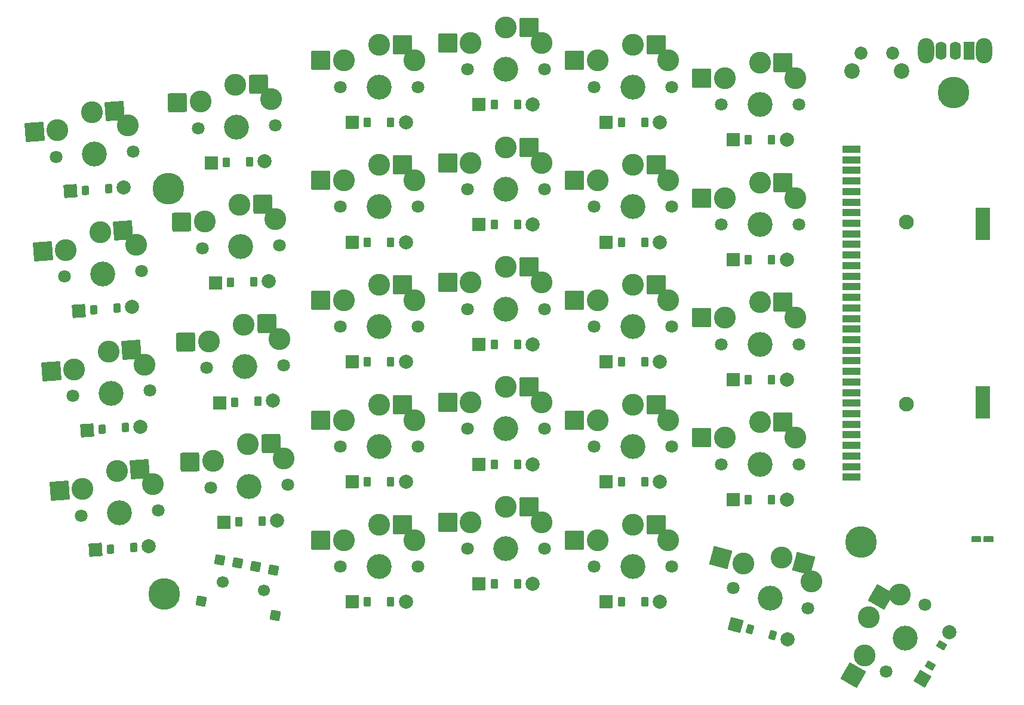
<source format=gbr>
%TF.GenerationSoftware,KiCad,Pcbnew,(6.0.11-0)*%
%TF.CreationDate,2023-06-20T20:04:49-05:00*%
%TF.ProjectId,typeboy,74797065-626f-4792-9e6b-696361645f70,v1.0.0*%
%TF.SameCoordinates,Original*%
%TF.FileFunction,Soldermask,Top*%
%TF.FilePolarity,Negative*%
%FSLAX46Y46*%
G04 Gerber Fmt 4.6, Leading zero omitted, Abs format (unit mm)*
G04 Created by KiCad (PCBNEW (6.0.11-0)) date 2023-06-20 20:04:49*
%MOMM*%
%LPD*%
G01*
G04 APERTURE LIST*
G04 Aperture macros list*
%AMRoundRect*
0 Rectangle with rounded corners*
0 $1 Rounding radius*
0 $2 $3 $4 $5 $6 $7 $8 $9 X,Y pos of 4 corners*
0 Add a 4 corners polygon primitive as box body*
4,1,4,$2,$3,$4,$5,$6,$7,$8,$9,$2,$3,0*
0 Add four circle primitives for the rounded corners*
1,1,$1+$1,$2,$3*
1,1,$1+$1,$4,$5*
1,1,$1+$1,$6,$7*
1,1,$1+$1,$8,$9*
0 Add four rect primitives between the rounded corners*
20,1,$1+$1,$2,$3,$4,$5,0*
20,1,$1+$1,$4,$5,$6,$7,0*
20,1,$1+$1,$6,$7,$8,$9,0*
20,1,$1+$1,$8,$9,$2,$3,0*%
G04 Aperture macros list end*
%ADD10C,0.150000*%
%ADD11RoundRect,0.050000X-0.824821X-0.948848X0.948848X-0.824821X0.824821X0.948848X-0.948848X0.824821X0*%
%ADD12RoundRect,0.050000X-0.407050X-0.629929X0.490758X-0.567148X0.407050X0.629929X-0.490758X0.567148X0*%
%ADD13C,2.005000*%
%ADD14RoundRect,0.050000X-0.450000X-0.600000X0.450000X-0.600000X0.450000X0.600000X-0.450000X0.600000X0*%
%ADD15RoundRect,0.050000X-0.889000X-0.889000X0.889000X-0.889000X0.889000X0.889000X-0.889000X0.889000X0*%
%ADD16RoundRect,0.050000X-0.857433X-0.919484X0.919484X-0.857433X0.857433X0.919484X-0.919484X0.857433X0*%
%ADD17RoundRect,0.050000X-0.428786X-0.615339X0.470666X-0.583930X0.428786X0.615339X-0.470666X0.583930X0*%
%ADD18C,3.100000*%
%ADD19C,1.801800*%
%ADD20C,3.529000*%
%ADD21RoundRect,0.050000X-1.300000X-1.300000X1.300000X-1.300000X1.300000X1.300000X-1.300000X1.300000X0*%
%ADD22RoundRect,0.050000X-1.253839X-1.344577X1.344577X-1.253839X1.253839X1.344577X-1.344577X1.253839X0*%
%ADD23O,2.300000X3.600000*%
%ADD24RoundRect,0.050000X-0.750000X-1.250000X0.750000X-1.250000X0.750000X1.250000X-0.750000X1.250000X0*%
%ADD25O,1.600000X2.600000*%
%ADD26RoundRect,0.050000X-1.206150X-1.387517X1.387517X-1.206150X1.206150X1.387517X-1.387517X1.206150X0*%
%ADD27C,0.800000*%
%ADD28C,4.500000*%
%ADD29C,1.700000*%
%ADD30RoundRect,0.050000X-0.762084X-0.514032X0.514032X-0.762084X0.762084X0.514032X-0.514032X0.762084X0*%
%ADD31RoundRect,0.050000X0.475833X-1.775833X1.775833X0.475833X-0.475833X1.775833X-1.775833X-0.475833X0*%
%ADD32C,2.200000*%
%ADD33C,1.850000*%
%ADD34RoundRect,0.050000X-1.592168X-0.919239X0.919239X-1.592168X1.592168X0.919239X-0.919239X1.592168X0*%
%ADD35C,2.100000*%
%ADD36RoundRect,0.050000X-1.250000X0.500000X-1.250000X-0.500000X1.250000X-0.500000X1.250000X0.500000X0*%
%ADD37RoundRect,0.050000X-1.000000X2.250000X-1.000000X-2.250000X1.000000X-2.250000X1.000000X2.250000X0*%
%ADD38RoundRect,0.050000X0.325397X-1.214397X1.214397X0.325397X-0.325397X1.214397X-1.214397X-0.325397X0*%
%ADD39RoundRect,0.050000X0.294615X-0.689711X0.744615X0.089711X-0.294615X0.689711X-0.744615X-0.089711X0*%
%ADD40RoundRect,0.050000X-1.088798X-0.628618X0.628618X-1.088798X1.088798X0.628618X-0.628618X1.088798X0*%
%ADD41RoundRect,0.050000X-0.589958X-0.463087X0.279375X-0.696024X0.589958X0.463087X-0.279375X0.696024X0*%
G04 APERTURE END LIST*
D10*
X197750006Y-189000003D02*
X198999997Y-189000012D01*
X198999997Y-189000012D02*
X198999999Y-188250003D01*
X196000000Y-188999991D02*
X195999998Y-188250001D01*
X198999999Y-188250003D02*
X197750006Y-188250005D01*
X195999998Y-188250001D02*
X197250001Y-188250002D01*
X197250001Y-188250002D02*
X197250004Y-189000008D01*
X197250004Y-189000008D02*
X196000000Y-188999991D01*
X197750006Y-188250005D02*
X197750006Y-189000003D01*
D11*
%TO.C,D2*%
X70533541Y-173211506D03*
D12*
X72688279Y-173060832D03*
X75980241Y-172830636D03*
D13*
X78134979Y-172679962D03*
%TD*%
D14*
%TO.C,D26*%
X164303498Y-149000430D03*
D15*
X162143498Y-149000430D03*
D13*
X169763498Y-149000430D03*
D14*
X167603498Y-149000430D03*
%TD*%
D16*
%TO.C,D8*%
X88132611Y-135296916D03*
D17*
X90291295Y-135221533D03*
X93589285Y-135106365D03*
D13*
X95747969Y-135030982D03*
%TD*%
D16*
%TO.C,D6*%
X89319193Y-169276203D03*
D17*
X91477877Y-169200820D03*
D13*
X96934551Y-169010269D03*
D17*
X94775867Y-169085652D03*
%TD*%
D18*
%TO.C,S15*%
X124953500Y-169250421D03*
X129953500Y-167050421D03*
X129953500Y-167050421D03*
D19*
X124453500Y-173000421D03*
X135453500Y-173000421D03*
D20*
X129953500Y-173000421D03*
D18*
X134953500Y-169250421D03*
D21*
X133228500Y-167050421D03*
X121678500Y-169250421D03*
%TD*%
D14*
%TO.C,D25*%
X164303496Y-166000428D03*
D15*
X162143496Y-166000428D03*
D13*
X169763496Y-166000428D03*
D14*
X167603496Y-166000428D03*
%TD*%
D18*
%TO.C,S16*%
X134953489Y-152250416D03*
D19*
X124453489Y-156000416D03*
D18*
X129953489Y-150050416D03*
D19*
X135453489Y-156000416D03*
D18*
X129953489Y-150050416D03*
X124953489Y-152250416D03*
D20*
X129953489Y-156000416D03*
D21*
X133228489Y-150050416D03*
X121678489Y-152250416D03*
%TD*%
D18*
%TO.C,S7*%
X92151436Y-141210262D03*
D19*
X86862438Y-147348584D03*
D18*
X97225169Y-143234424D03*
D20*
X92359088Y-147156637D03*
D19*
X97855738Y-146964690D03*
D18*
X92151436Y-141210262D03*
X87231261Y-143583419D03*
D22*
X95424441Y-141095966D03*
X83958256Y-143697715D03*
%TD*%
D15*
%TO.C,D23*%
X144143490Y-129500424D03*
D14*
X146303490Y-129500424D03*
X149603490Y-129500424D03*
D13*
X151763490Y-129500424D03*
%TD*%
D15*
%TO.C,D10*%
X108143499Y-180500426D03*
D14*
X110303499Y-180500426D03*
X113603499Y-180500426D03*
D13*
X115763499Y-180500426D03*
%TD*%
D18*
%TO.C,S21*%
X142953500Y-154750426D03*
D20*
X147953500Y-158500426D03*
D19*
X153453500Y-158500426D03*
D18*
X147953500Y-152550426D03*
X152953500Y-154750426D03*
X147953500Y-152550426D03*
D19*
X142453500Y-158500426D03*
D21*
X151228500Y-152550426D03*
X139678500Y-154750426D03*
%TD*%
D19*
%TO.C,S24*%
X171453497Y-178000430D03*
D20*
X165953497Y-178000430D03*
D18*
X160953497Y-174250430D03*
D19*
X160453497Y-178000430D03*
D18*
X165953497Y-172050430D03*
X165953497Y-172050430D03*
X170953497Y-174250430D03*
D21*
X169228497Y-172050430D03*
X157678497Y-174250430D03*
%TD*%
D15*
%TO.C,D20*%
X144143499Y-180500423D03*
D14*
X146303499Y-180500423D03*
D13*
X151763499Y-180500423D03*
D14*
X149603499Y-180500423D03*
%TD*%
D23*
%TO.C,REF\u002A\u002A*%
X197753492Y-119350421D03*
X189553492Y-119350421D03*
D24*
X195653492Y-119350421D03*
D25*
X193653492Y-119350421D03*
X191653492Y-119350421D03*
%TD*%
D15*
%TO.C,D24*%
X162143494Y-183000424D03*
D14*
X164303494Y-183000424D03*
X167603494Y-183000424D03*
D13*
X169763494Y-183000424D03*
%TD*%
D18*
%TO.C,S19*%
X142953497Y-188750421D03*
D19*
X153453497Y-192500421D03*
X142453497Y-192500421D03*
D20*
X147953497Y-192500421D03*
D18*
X147953497Y-186550421D03*
X147953497Y-186550421D03*
X152953497Y-188750421D03*
D21*
X151228497Y-186550421D03*
X139678497Y-188750421D03*
%TD*%
D15*
%TO.C,D18*%
X126143491Y-127000419D03*
D14*
X128303491Y-127000419D03*
D13*
X133763491Y-127000419D03*
D14*
X131603491Y-127000419D03*
%TD*%
D19*
%TO.C,S1*%
X80657927Y-184532849D03*
D18*
X69921918Y-181524427D03*
D20*
X75171325Y-184916510D03*
D19*
X69684723Y-185300171D03*
D18*
X74756274Y-178981004D03*
X74756274Y-178981004D03*
X79897558Y-180826862D03*
D26*
X78023296Y-178752551D03*
X66654896Y-181752880D03*
%TD*%
D19*
%TO.C,S10*%
X106453490Y-175500431D03*
D18*
X111953490Y-169550431D03*
X111953490Y-169550431D03*
X116953490Y-171750431D03*
D20*
X111953490Y-175500431D03*
D19*
X117453490Y-175500431D03*
D18*
X106953490Y-171750431D03*
D21*
X115228490Y-169550431D03*
X103678490Y-171750431D03*
%TD*%
D15*
%TO.C,D11*%
X108143491Y-163500423D03*
D14*
X110303491Y-163500423D03*
D13*
X115763491Y-163500423D03*
D14*
X113603491Y-163500423D03*
%TD*%
D19*
%TO.C,S14*%
X124453497Y-190000422D03*
D18*
X129953497Y-184050422D03*
X124953497Y-186250422D03*
X134953497Y-186250422D03*
D20*
X129953497Y-190000422D03*
D19*
X135453497Y-190000422D03*
D18*
X129953497Y-184050422D03*
D21*
X133228497Y-184050422D03*
X121678497Y-186250422D03*
%TD*%
D19*
%TO.C,S11*%
X106453497Y-158500426D03*
D20*
X111953497Y-158500426D03*
D18*
X106953497Y-154750426D03*
X116953497Y-154750426D03*
D19*
X117453497Y-158500426D03*
D18*
X111953497Y-152550426D03*
X111953497Y-152550426D03*
D21*
X115228497Y-152550426D03*
X103678497Y-154750426D03*
%TD*%
D17*
%TO.C,D5*%
X92071165Y-186190471D03*
D16*
X89912481Y-186265854D03*
D17*
X95369155Y-186075303D03*
D13*
X97527839Y-185999920D03*
%TD*%
D18*
%TO.C,S8*%
X91558144Y-124220617D03*
X96631877Y-126244779D03*
D19*
X86269146Y-130358939D03*
D18*
X91558144Y-124220617D03*
X86637969Y-126593774D03*
D20*
X91765796Y-130166992D03*
D19*
X97262446Y-129975045D03*
D22*
X94831149Y-124106321D03*
X83364964Y-126708070D03*
%TD*%
D18*
%TO.C,S26*%
X160953500Y-140250419D03*
D19*
X171453500Y-144000419D03*
X160453500Y-144000419D03*
D18*
X165953500Y-138050419D03*
X170953500Y-140250419D03*
X165953500Y-138050419D03*
D20*
X165953500Y-144000419D03*
D21*
X169228500Y-138050419D03*
X157678500Y-140250419D03*
%TD*%
D18*
%TO.C,S27*%
X165953502Y-121050420D03*
D19*
X171453502Y-127000420D03*
D18*
X160953502Y-123250420D03*
D19*
X160453502Y-127000420D03*
D18*
X165953502Y-121050420D03*
D20*
X165953502Y-127000420D03*
D18*
X170953502Y-123250420D03*
D21*
X169228502Y-121050420D03*
X157678502Y-123250420D03*
%TD*%
D12*
%TO.C,D1*%
X73874136Y-190019429D03*
D11*
X71719398Y-190170103D03*
D13*
X79320836Y-189638559D03*
D12*
X77166098Y-189789233D03*
%TD*%
D27*
%TO.C,_1*%
X181420223Y-190217152D03*
D28*
X180253497Y-189050426D03*
D27*
X180253497Y-190700426D03*
X181420223Y-187883700D03*
X178603497Y-189050426D03*
X179086771Y-187883700D03*
X179086771Y-190217152D03*
X181903497Y-189050426D03*
X180253497Y-187400426D03*
%TD*%
D11*
%TO.C,D3*%
X69347675Y-156252919D03*
D12*
X71502413Y-156102245D03*
X74794375Y-155872049D03*
D13*
X76949113Y-155721375D03*
%TD*%
D19*
%TO.C,S12*%
X117453492Y-141500421D03*
D18*
X116953492Y-137750421D03*
X106953492Y-137750421D03*
D20*
X111953492Y-141500421D03*
D18*
X111953492Y-135550421D03*
X111953492Y-135550421D03*
D19*
X106453492Y-141500421D03*
D21*
X115228492Y-135550421D03*
X103678492Y-137750421D03*
%TD*%
D28*
%TO.C,_4*%
X82045650Y-138894545D03*
D27*
X82132004Y-140542284D03*
X83693389Y-138808191D03*
X80819461Y-137790480D03*
X83271839Y-139998610D03*
X83149715Y-137668356D03*
X81959296Y-137246806D03*
X80941585Y-140120734D03*
X80397911Y-138980899D03*
%TD*%
D17*
%TO.C,D7*%
X90884587Y-152211177D03*
D16*
X88725903Y-152286560D03*
D17*
X94182577Y-152096009D03*
D13*
X96341261Y-152020626D03*
%TD*%
D18*
%TO.C,S2*%
X68736066Y-164565829D03*
X73570422Y-162022406D03*
X73570422Y-162022406D03*
D19*
X68498871Y-168341573D03*
X79472075Y-167574251D03*
D18*
X78711706Y-163868264D03*
D20*
X73985473Y-167957912D03*
D26*
X76837444Y-161793953D03*
X65469044Y-164794282D03*
%TD*%
D29*
%TO.C,REF\u002A\u002A*%
X95633982Y-195876469D03*
X89744219Y-194731615D03*
X89744219Y-194731615D03*
X95633982Y-195876469D03*
D30*
X97001251Y-193035153D03*
X94449020Y-192539050D03*
X91896790Y-192042946D03*
X89344559Y-191546843D03*
X97232054Y-199446996D03*
X86728643Y-197405340D03*
%TD*%
D15*
%TO.C,D15*%
X126143496Y-178000420D03*
D14*
X128303496Y-178000420D03*
X131603496Y-178000420D03*
D13*
X133763496Y-178000420D03*
%TD*%
D14*
%TO.C,D12*%
X110303496Y-146500429D03*
D15*
X108143496Y-146500429D03*
D13*
X115763496Y-146500429D03*
D14*
X113603496Y-146500429D03*
%TD*%
D20*
%TO.C,S29*%
X186572211Y-202659170D03*
D18*
X181419360Y-199684170D03*
X181419360Y-199684170D03*
D19*
X183822211Y-207422310D03*
D18*
X180824616Y-205114297D03*
D19*
X189322211Y-197896030D03*
D18*
X185824616Y-196454043D03*
D31*
X183056860Y-196847937D03*
X179187116Y-207950530D03*
%TD*%
D12*
%TO.C,D4*%
X70316557Y-139143659D03*
D11*
X68161819Y-139294333D03*
D13*
X75763257Y-138762789D03*
D12*
X73608519Y-138913463D03*
%TD*%
D20*
%TO.C,S17*%
X129953498Y-139000422D03*
D19*
X135453498Y-139000422D03*
X124453498Y-139000422D03*
D18*
X134953498Y-135250422D03*
X129953498Y-133050422D03*
X129953498Y-133050422D03*
X124953498Y-135250422D03*
D21*
X133228498Y-133050422D03*
X121678498Y-135250422D03*
%TD*%
D14*
%TO.C,D19*%
X146303499Y-197500423D03*
D15*
X144143499Y-197500423D03*
D14*
X149603499Y-197500423D03*
D13*
X151763499Y-197500423D03*
%TD*%
D15*
%TO.C,D14*%
X126143495Y-195000421D03*
D14*
X128303495Y-195000421D03*
X131603495Y-195000421D03*
D13*
X133763495Y-195000421D03*
%TD*%
D32*
%TO.C,REF\u002A\u002A*%
X179003497Y-122222924D03*
X186013497Y-122222924D03*
D33*
X180253497Y-119732924D03*
X184753497Y-119732924D03*
%TD*%
D18*
%TO.C,S5*%
X93338019Y-175189541D03*
X93338019Y-175189541D03*
D19*
X88049021Y-181327863D03*
D18*
X98411752Y-177213703D03*
X88417844Y-177562698D03*
D20*
X93545671Y-181135916D03*
D19*
X99042321Y-180943969D03*
D22*
X96611024Y-175075245D03*
X85144839Y-177676994D03*
%TD*%
D18*
%TO.C,S22*%
X142953498Y-137750425D03*
D20*
X147953498Y-141500425D03*
D18*
X147953498Y-135550425D03*
X152953498Y-137750425D03*
D19*
X153453498Y-141500425D03*
D18*
X147953498Y-135550425D03*
D19*
X142453498Y-141500425D03*
D21*
X151228498Y-135550425D03*
X139678498Y-137750425D03*
%TD*%
D19*
%TO.C,S4*%
X66127151Y-134424397D03*
D18*
X66364346Y-130648653D03*
D19*
X77100355Y-133657075D03*
D18*
X71198702Y-128105230D03*
X76339986Y-129951088D03*
X71198702Y-128105230D03*
D20*
X71613753Y-134040736D03*
D26*
X74465724Y-127876777D03*
X63097324Y-130877106D03*
%TD*%
D14*
%TO.C,D9*%
X110303495Y-197500424D03*
D15*
X108143495Y-197500424D03*
D13*
X115763495Y-197500424D03*
D14*
X113603495Y-197500424D03*
%TD*%
D27*
%TO.C,_3*%
X82570536Y-195158576D03*
X81603137Y-198049828D03*
X82733310Y-197486344D03*
X83134020Y-196288749D03*
D28*
X81488039Y-196403847D03*
D27*
X79842058Y-196518945D03*
X81372941Y-194757866D03*
X80405542Y-197649118D03*
X80242768Y-195321350D03*
%TD*%
D14*
%TO.C,D22*%
X146303495Y-146500424D03*
D15*
X144143495Y-146500424D03*
D13*
X151763495Y-146500424D03*
D14*
X149603495Y-146500424D03*
%TD*%
D18*
%TO.C,S25*%
X165953500Y-155050424D03*
X165953500Y-155050424D03*
D19*
X171453500Y-161000424D03*
D18*
X160953500Y-157250424D03*
X170953500Y-157250424D03*
D20*
X165953500Y-161000424D03*
D19*
X160453500Y-161000424D03*
D21*
X169228500Y-155050424D03*
X157678500Y-157250424D03*
%TD*%
D18*
%TO.C,S28*%
X173253697Y-194672282D03*
X163594438Y-192084092D03*
X168993469Y-191253150D03*
D19*
X172766088Y-198423914D03*
X162140904Y-195576904D03*
D20*
X167453496Y-197000409D03*
D18*
X168993469Y-191253150D03*
D34*
X172156876Y-192100783D03*
X160431031Y-191236460D03*
%TD*%
D19*
%TO.C,S13*%
X117453493Y-124500418D03*
D20*
X111953493Y-124500418D03*
D18*
X111953493Y-118550418D03*
X106953493Y-120750418D03*
X116953493Y-120750418D03*
X111953493Y-118550418D03*
D19*
X106453493Y-124500418D03*
D21*
X115228493Y-118550418D03*
X103678493Y-120750418D03*
%TD*%
D35*
%TO.C,J2*%
X186700744Y-143655894D03*
X186700744Y-169519974D03*
D36*
X178903504Y-133337934D03*
X178903504Y-134837934D03*
X178903504Y-136337934D03*
X178903504Y-137837934D03*
X178903504Y-139337934D03*
X178903504Y-140837934D03*
X178903504Y-142337934D03*
X178903504Y-143837934D03*
X178903504Y-145337934D03*
X178903504Y-146837934D03*
X178903504Y-148337934D03*
X178903504Y-149837934D03*
X178903504Y-151337934D03*
X178903504Y-152837934D03*
X178903504Y-154337934D03*
X178903504Y-155837934D03*
X178903504Y-157337934D03*
X178903504Y-158837934D03*
X178903504Y-160337934D03*
X178903504Y-161837934D03*
X178903504Y-163337934D03*
X178903504Y-164837934D03*
X178903504Y-166337934D03*
X178903504Y-167837934D03*
X178903504Y-169337934D03*
X178903504Y-170837934D03*
X178903504Y-172337934D03*
X178903504Y-173837934D03*
X178903504Y-175337934D03*
X178903504Y-176837934D03*
X178903504Y-178337934D03*
X178903504Y-179837934D03*
D37*
X197574304Y-143905894D03*
X197574304Y-169269974D03*
%TD*%
D18*
%TO.C,S18*%
X134953497Y-118250422D03*
X129953497Y-116050422D03*
D19*
X124453497Y-122000422D03*
X135453497Y-122000422D03*
D18*
X129953497Y-116050422D03*
D20*
X129953497Y-122000422D03*
D18*
X124953497Y-118250422D03*
D21*
X133228497Y-116050422D03*
X121678497Y-118250422D03*
%TD*%
D15*
%TO.C,D16*%
X126143504Y-161000422D03*
D14*
X128303504Y-161000422D03*
D13*
X133763504Y-161000422D03*
D14*
X131603504Y-161000422D03*
%TD*%
D38*
%TO.C,D29*%
X188997338Y-208458723D03*
D39*
X190077338Y-206588108D03*
D13*
X192807338Y-201859609D03*
D39*
X191727338Y-203730224D03*
%TD*%
D14*
%TO.C,D21*%
X146303498Y-163500424D03*
D15*
X144143498Y-163500424D03*
D13*
X151763498Y-163500424D03*
D14*
X149603498Y-163500424D03*
%TD*%
%TO.C,D27*%
X164303496Y-132000423D03*
D15*
X162143496Y-132000423D03*
D14*
X167603496Y-132000423D03*
D13*
X169763496Y-132000423D03*
%TD*%
D19*
%TO.C,S23*%
X142453492Y-124500424D03*
D18*
X147953492Y-118550424D03*
X147953492Y-118550424D03*
X152953492Y-120750424D03*
D19*
X153453492Y-124500424D03*
D18*
X142953492Y-120750424D03*
D20*
X147953492Y-124500424D03*
D21*
X151228492Y-118550424D03*
X139678492Y-120750424D03*
%TD*%
D14*
%TO.C,D17*%
X128303498Y-144000427D03*
D15*
X126143498Y-144000427D03*
D14*
X131603498Y-144000427D03*
D13*
X133763498Y-144000427D03*
%TD*%
D27*
%TO.C,_2*%
X194620221Y-124133695D03*
D28*
X193453495Y-125300421D03*
D27*
X193453495Y-126950421D03*
X191803495Y-125300421D03*
X194620221Y-126467147D03*
X192286769Y-126467147D03*
X192286769Y-124133695D03*
X193453495Y-123650421D03*
X195103495Y-125300421D03*
%TD*%
D18*
%TO.C,S3*%
X72384570Y-145063824D03*
X67550214Y-147607247D03*
D20*
X72799621Y-150999330D03*
D19*
X78286223Y-150615669D03*
D18*
X72384570Y-145063824D03*
D19*
X67313019Y-151382991D03*
D18*
X77525854Y-146909682D03*
D26*
X75651592Y-144835371D03*
X64283192Y-147835700D03*
%TD*%
D19*
%TO.C,S20*%
X153453493Y-175500428D03*
D18*
X142953493Y-171750428D03*
D19*
X142453493Y-175500428D03*
D18*
X147953493Y-169550428D03*
D20*
X147953493Y-175500428D03*
D18*
X152953493Y-171750428D03*
X147953493Y-169550428D03*
D21*
X151228493Y-169550428D03*
X139678493Y-171750428D03*
%TD*%
D18*
%TO.C,S6*%
X92744723Y-158199898D03*
X97818456Y-160224060D03*
X87824548Y-160573055D03*
D19*
X98449025Y-163954326D03*
D20*
X92952375Y-164146273D03*
D19*
X87455725Y-164338220D03*
D18*
X92744723Y-158199898D03*
D22*
X96017728Y-158085602D03*
X84551543Y-160687351D03*
%TD*%
D40*
%TO.C,D28*%
X162479227Y-200843955D03*
D41*
X164565626Y-201403005D03*
X167753182Y-202257107D03*
D13*
X169839581Y-202816157D03*
%TD*%
D19*
%TO.C,S9*%
X106453497Y-192500422D03*
X117453497Y-192500422D03*
D18*
X106953497Y-188750422D03*
D20*
X111953497Y-192500422D03*
D18*
X116953497Y-188750422D03*
X111953497Y-186550422D03*
X111953497Y-186550422D03*
D21*
X115228497Y-186550422D03*
X103678497Y-188750422D03*
%TD*%
D15*
%TO.C,D13*%
X108143487Y-129500427D03*
D14*
X110303487Y-129500427D03*
X113603487Y-129500427D03*
D13*
X115763487Y-129500427D03*
%TD*%
G36*
X198996572Y-188253430D02*
G01*
X198999999Y-188261703D01*
X198999997Y-188988312D01*
X198996570Y-188996585D01*
X198988297Y-189000012D01*
X197761706Y-189000003D01*
X197753433Y-188996576D01*
X197750006Y-188988303D01*
X197750006Y-188261705D01*
X197753433Y-188253432D01*
X197761706Y-188250005D01*
X198988299Y-188250003D01*
X198996572Y-188253430D01*
G37*
G36*
X197238301Y-188250002D02*
G01*
X197246574Y-188253429D01*
X197250001Y-188261702D01*
X197250004Y-188988308D01*
X197246577Y-188996581D01*
X197238304Y-189000008D01*
X196011700Y-188999991D01*
X196003427Y-188996564D01*
X196000000Y-188988291D01*
X195999998Y-188261701D01*
X196003425Y-188253428D01*
X196011698Y-188250001D01*
X197238301Y-188250002D01*
G37*
M02*

</source>
